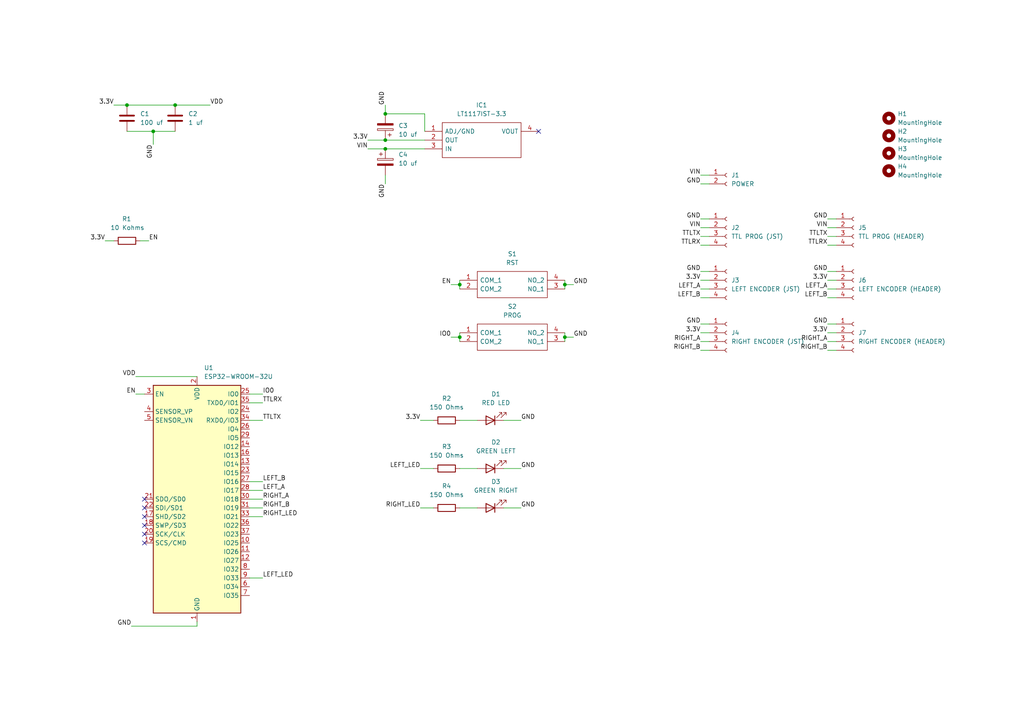
<source format=kicad_sch>
(kicad_sch (version 20211123) (generator eeschema)
  (paper "A4")
  (lib_symbols
    (symbol "Connector:Conn_01x02_Female" (pin_names (offset 1.016) hide)
      (property "Reference" "J" (at 0 2.54 0))
      (property "Value" "Conn_01x02_Female" (at 0 -5.08 0))
      (symbol "Conn_01x02_Female_1_1"
        (arc (start 0 -2.032) (mid -0.508 -2.54) (end 0 -3.048) (stroke (width 0.1524)))
        (polyline (pts (xy -1.27 -2.54) (xy -0.508 -2.54)) (stroke (width 0.1524)))
        (polyline (pts (xy -1.27 0) (xy -0.508 0)) (stroke (width 0.1524)))
        (arc (start 0 0.508) (mid -0.508 0) (end 0 -0.508) (stroke (width 0.1524)))
        (pin passive line (at -5.08 0 0) (length 3.81) (name "Pin_1") (number "1"))
        (pin passive line (at -5.08 -2.54 0) (length 3.81) (name "Pin_2") (number "2"))
      )
    )
    (symbol "Connector:Conn_01x04_Female" (pin_names (offset 1.016) hide)
      (property "Reference" "J" (at 0 5.08 0))
      (property "Value" "Conn_01x04_Female" (at 0 -7.62 0))
      (symbol "Conn_01x04_Female_1_1"
        (arc (start 0 -4.572) (mid -0.508 -5.08) (end 0 -5.588) (stroke (width 0.1524)))
        (arc (start 0 -2.032) (mid -0.508 -2.54) (end 0 -3.048) (stroke (width 0.1524)))
        (polyline (pts (xy -1.27 -5.08) (xy -0.508 -5.08)) (stroke (width 0.1524)))
        (polyline (pts (xy -1.27 -2.54) (xy -0.508 -2.54)) (stroke (width 0.1524)))
        (polyline (pts (xy -1.27 0) (xy -0.508 0)) (stroke (width 0.1524)))
        (polyline (pts (xy -1.27 2.54) (xy -0.508 2.54)) (stroke (width 0.1524)))
        (arc (start 0 0.508) (mid -0.508 0) (end 0 -0.508) (stroke (width 0.1524)))
        (arc (start 0 3.048) (mid -0.508 2.54) (end 0 2.032) (stroke (width 0.1524)))
        (pin passive line (at -5.08 2.54 0) (length 3.81) (name "Pin_1") (number "1"))
        (pin passive line (at -5.08 0 0) (length 3.81) (name "Pin_2") (number "2"))
        (pin passive line (at -5.08 -2.54 0) (length 3.81) (name "Pin_3") (number "3"))
        (pin passive line (at -5.08 -5.08 0) (length 3.81) (name "Pin_4") (number "4"))
      )
    )
    (symbol "Device:C" (pin_numbers hide) (pin_names (offset 0.254))
      (property "Reference" "C" (at 0.635 2.54 0))
      (property "Value" "C" (at 0.635 -2.54 0))
      (symbol "C_0_1"
        (polyline (pts (xy -2.032 -0.762) (xy 2.032 -0.762)) (stroke (width 0.508)))
        (polyline (pts (xy -2.032 0.762) (xy 2.032 0.762)) (stroke (width 0.508)))
      )
      (symbol "C_1_1"
        (pin passive line (at 0 3.81 270) (length 2.794) (name "~") (number "1"))
        (pin passive line (at 0 -3.81 90) (length 2.794) (name "~") (number "2"))
      )
    )
    (symbol "Device:C_Polarized" (pin_numbers hide) (pin_names (offset 0.254))
      (property "Reference" "C" (at 0.635 2.54 0))
      (property "Value" "C_Polarized" (at 0.635 -2.54 0))
      (symbol "C_Polarized_0_1"
        (rectangle (start -2.286 0.508) (end 2.286 1.016))
        (polyline (pts (xy -1.778 2.286) (xy -0.762 2.286)))
        (polyline (pts (xy -1.27 2.794) (xy -1.27 1.778)))
        (rectangle (start 2.286 -0.508) (end -2.286 -1.016) (fill (type outline)))
      )
      (symbol "C_Polarized_1_1"
        (pin passive line (at 0 3.81 270) (length 2.794) (name "~") (number "1"))
        (pin passive line (at 0 -3.81 90) (length 2.794) (name "~") (number "2"))
      )
    )
    (symbol "Device:LED" (pin_numbers hide) (pin_names (offset 1.016) hide)
      (property "Reference" "D" (at 0 2.54 0))
      (property "Value" "LED" (at 0 -2.54 0))
      (symbol "LED_0_1"
        (polyline (pts (xy -1.27 -1.27) (xy -1.27 1.27)) (stroke (width 0.254)))
        (polyline (pts (xy -1.27 0) (xy 1.27 0)))
        (polyline (pts (xy 1.27 -1.27) (xy 1.27 1.27) (xy -1.27 0) (xy 1.27 -1.27)) (stroke (width 0.254)))
        (polyline (pts (xy -3.048 -0.762) (xy -4.572 -2.286) (xy -3.81 -2.286) (xy -4.572 -2.286) (xy -4.572 -1.524)))
        (polyline (pts (xy -1.778 -0.762) (xy -3.302 -2.286) (xy -2.54 -2.286) (xy -3.302 -2.286) (xy -3.302 -1.524)))
      )
      (symbol "LED_1_1"
        (pin passive line (at -3.81 0 0) (length 2.54) (name "K") (number "1"))
        (pin passive line (at 3.81 0 180) (length 2.54) (name "A") (number "2"))
      )
    )
    (symbol "Device:R" (pin_numbers hide) (pin_names (offset 0))
      (property "Reference" "R" (at 2.032 0 90))
      (property "Value" "R" (at 0 0 90))
      (symbol "R_0_1"
        (rectangle (start -1.016 -2.54) (end 1.016 2.54) (stroke (width 0.254)))
      )
      (symbol "R_1_1"
        (pin passive line (at 0 3.81 270) (length 1.27) (name "~") (number "1"))
        (pin passive line (at 0 -3.81 90) (length 1.27) (name "~") (number "2"))
      )
    )
    (symbol "Mechanical:MountingHole" (pin_names (offset 1.016))
      (property "Reference" "H" (at 0 5.08 0))
      (property "Value" "MountingHole" (at 0 3.175 0))
      (symbol "MountingHole_0_1"
        (circle (center 0 0) (radius 1.27) (stroke (width 1.27)))
      )
    )
    (symbol "RF_Module:ESP32-WROOM-32U"
      (property "Reference" "U" (at -12.7 34.29 0))
      (property "Value" "ESP32-WROOM-32U" (at 1.27 34.29 0))
      (symbol "ESP32-WROOM-32U_0_1"
        (rectangle (start -12.7 33.02) (end 12.7 -33.02) (stroke (width 0.254)) (fill (type background)))
      )
      (symbol "ESP32-WROOM-32U_1_1"
        (pin power_in line (at 0 -35.56 90) (length 2.54) (name "GND") (number "1"))
        (pin bidirectional line (at 15.24 -12.7 180) (length 2.54) (name "IO25") (number "10"))
        (pin bidirectional line (at 15.24 -15.24 180) (length 2.54) (name "IO26") (number "11"))
        (pin bidirectional line (at 15.24 -17.78 180) (length 2.54) (name "IO27") (number "12"))
        (pin bidirectional line (at 15.24 10.16 180) (length 2.54) (name "IO14") (number "13"))
        (pin bidirectional line (at 15.24 15.24 180) (length 2.54) (name "IO12") (number "14"))
        (pin passive line (at 0 -35.56 90) (length 2.54) hide (name "GND") (number "15"))
        (pin bidirectional line (at 15.24 12.7 180) (length 2.54) (name "IO13") (number "16"))
        (pin bidirectional line (at -15.24 -5.08 0) (length 2.54) (name "SHD/SD2") (number "17"))
        (pin bidirectional line (at -15.24 -7.62 0) (length 2.54) (name "SWP/SD3") (number "18"))
        (pin bidirectional line (at -15.24 -12.7 0) (length 2.54) (name "SCS/CMD") (number "19"))
        (pin power_in line (at 0 35.56 270) (length 2.54) (name "VDD") (number "2"))
        (pin bidirectional line (at -15.24 -10.16 0) (length 2.54) (name "SCK/CLK") (number "20"))
        (pin bidirectional line (at -15.24 0 0) (length 2.54) (name "SDO/SD0") (number "21"))
        (pin bidirectional line (at -15.24 -2.54 0) (length 2.54) (name "SDI/SD1") (number "22"))
        (pin bidirectional line (at 15.24 7.62 180) (length 2.54) (name "IO15") (number "23"))
        (pin bidirectional line (at 15.24 25.4 180) (length 2.54) (name "IO2") (number "24"))
        (pin bidirectional line (at 15.24 30.48 180) (length 2.54) (name "IO0") (number "25"))
        (pin bidirectional line (at 15.24 20.32 180) (length 2.54) (name "IO4") (number "26"))
        (pin bidirectional line (at 15.24 5.08 180) (length 2.54) (name "IO16") (number "27"))
        (pin bidirectional line (at 15.24 2.54 180) (length 2.54) (name "IO17") (number "28"))
        (pin bidirectional line (at 15.24 17.78 180) (length 2.54) (name "IO5") (number "29"))
        (pin input line (at -15.24 30.48 0) (length 2.54) (name "EN") (number "3"))
        (pin bidirectional line (at 15.24 0 180) (length 2.54) (name "IO18") (number "30"))
        (pin bidirectional line (at 15.24 -2.54 180) (length 2.54) (name "IO19") (number "31"))
        (pin no_connect line (at -12.7 -27.94 0) (length 2.54) hide (name "NC") (number "32"))
        (pin bidirectional line (at 15.24 -5.08 180) (length 2.54) (name "IO21") (number "33"))
        (pin bidirectional line (at 15.24 22.86 180) (length 2.54) (name "RXD0/IO3") (number "34"))
        (pin bidirectional line (at 15.24 27.94 180) (length 2.54) (name "TXD0/IO1") (number "35"))
        (pin bidirectional line (at 15.24 -7.62 180) (length 2.54) (name "IO22") (number "36"))
        (pin bidirectional line (at 15.24 -10.16 180) (length 2.54) (name "IO23") (number "37"))
        (pin passive line (at 0 -35.56 90) (length 2.54) hide (name "GND") (number "38"))
        (pin passive line (at 0 -35.56 90) (length 2.54) hide (name "GND") (number "39"))
        (pin input line (at -15.24 25.4 0) (length 2.54) (name "SENSOR_VP") (number "4"))
        (pin input line (at -15.24 22.86 0) (length 2.54) (name "SENSOR_VN") (number "5"))
        (pin input line (at 15.24 -25.4 180) (length 2.54) (name "IO34") (number "6"))
        (pin input line (at 15.24 -27.94 180) (length 2.54) (name "IO35") (number "7"))
        (pin bidirectional line (at 15.24 -20.32 180) (length 2.54) (name "IO32") (number "8"))
        (pin bidirectional line (at 15.24 -22.86 180) (length 2.54) (name "IO33") (number "9"))
      )
    )
    (symbol "reva-rescue:DTS-61N-V-DTS-61N-V" (pin_names (offset 0.762))
      (property "Reference" "S" (at 26.67 7.62 0))
      (property "Value" "DTS-61N-V-DTS-61N-V" (at 26.67 5.08 0))
      (symbol "DTS-61N-V-DTS-61N-V_0_0"
        (pin passive line (at 0 0 0) (length 5.08) (name "COM_1") (number "1"))
        (pin passive line (at 0 -2.54 0) (length 5.08) (name "COM_2") (number "2"))
        (pin passive line (at 30.48 -2.54 180) (length 5.08) (name "NO_1") (number "3"))
        (pin passive line (at 30.48 0 180) (length 5.08) (name "NO_2") (number "4"))
      )
      (symbol "DTS-61N-V-DTS-61N-V_0_1"
        (polyline (pts (xy 5.08 2.54) (xy 25.4 2.54) (xy 25.4 -5.08) (xy 5.08 -5.08) (xy 5.08 2.54)) (stroke (width 0.1524)))
      )
    )
    (symbol "reva-rescue:LT1117IST-3.3#PBF-LT1117IST-3.3#PBF" (pin_names (offset 0.762))
      (property "Reference" "IC" (at 29.21 7.62 0))
      (property "Value" "LT1117IST-3.3#PBF-LT1117IST-3.3#PBF" (at 29.21 5.08 0))
      (symbol "LT1117IST-3.3#PBF-LT1117IST-3.3#PBF_0_0"
        (pin passive line (at 0 0 0) (length 5.08) (name "ADJ/GND") (number "1"))
        (pin passive line (at 0 -2.54 0) (length 5.08) (name "OUT") (number "2"))
        (pin passive line (at 0 -5.08 0) (length 5.08) (name "IN") (number "3"))
        (pin passive line (at 33.02 0 180) (length 5.08) (name "VOUT") (number "4"))
      )
      (symbol "LT1117IST-3.3#PBF-LT1117IST-3.3#PBF_0_1"
        (polyline (pts (xy 5.08 2.54) (xy 27.94 2.54) (xy 27.94 -7.62) (xy 5.08 -7.62) (xy 5.08 2.54)) (stroke (width 0.1524)))
      )
    )
  )
  (junction (at 36.83 30.48))
  (junction (at 163.83 97.79))
  (junction (at 111.76 33.02))
  (junction (at 163.83 82.55))
  (junction (at 111.76 43.18))
  (junction (at 133.35 82.55))
  (junction (at 111.76 40.64))
  (junction (at 44.45 38.1))
  (junction (at 133.35 97.79))
  (junction (at 50.8 30.48))
  (no_connect (at 41.91 144.78))
  (no_connect (at 41.91 157.48))
  (no_connect (at 41.91 152.4))
  (no_connect (at 41.91 149.86))
  (no_connect (at 156.21 38.1))
  (no_connect (at 41.91 154.94))
  (no_connect (at 41.91 147.32))
  (wire (pts (xy 72.39 142.24) (xy 76.2 142.24)))
  (wire (pts (xy 133.35 97.79) (xy 133.35 99.06)))
  (wire (pts (xy 44.45 38.1) (xy 44.45 41.91)))
  (wire (pts (xy 50.8 30.48) (xy 60.96 30.48)))
  (wire (pts (xy 240.03 99.06) (xy 242.57 99.06)))
  (wire (pts (xy 111.76 50.8) (xy 111.76 53.34)))
  (wire (pts (xy 72.39 121.92) (xy 76.2 121.92)))
  (wire (pts (xy 203.2 53.34) (xy 205.74 53.34)))
  (wire (pts (xy 203.2 83.82) (xy 205.74 83.82)))
  (wire (pts (xy 240.03 101.6) (xy 242.57 101.6)))
  (wire (pts (xy 72.39 116.84) (xy 76.2 116.84)))
  (wire (pts (xy 130.81 97.79) (xy 133.35 97.79)))
  (wire (pts (xy 240.03 96.52) (xy 242.57 96.52)))
  (wire (pts (xy 133.35 96.52) (xy 133.35 97.79)))
  (wire (pts (xy 36.83 38.1) (xy 44.45 38.1)))
  (wire (pts (xy 30.48 69.85) (xy 33.02 69.85)))
  (wire (pts (xy 203.2 81.28) (xy 205.74 81.28)))
  (wire (pts (xy 133.35 81.28) (xy 133.35 82.55)))
  (wire (pts (xy 123.19 33.02) (xy 111.76 33.02)))
  (wire (pts (xy 121.92 135.89) (xy 125.73 135.89)))
  (wire (pts (xy 240.03 83.82) (xy 242.57 83.82)))
  (wire (pts (xy 146.05 121.92) (xy 151.13 121.92)))
  (wire (pts (xy 130.81 82.55) (xy 133.35 82.55)))
  (wire (pts (xy 203.2 66.04) (xy 205.74 66.04)))
  (wire (pts (xy 38.1 181.61) (xy 57.15 181.61)))
  (wire (pts (xy 203.2 78.74) (xy 205.74 78.74)))
  (wire (pts (xy 39.37 114.3) (xy 41.91 114.3)))
  (wire (pts (xy 163.83 82.55) (xy 163.83 83.82)))
  (wire (pts (xy 203.2 63.5) (xy 205.74 63.5)))
  (wire (pts (xy 240.03 78.74) (xy 242.57 78.74)))
  (wire (pts (xy 146.05 147.32) (xy 151.13 147.32)))
  (wire (pts (xy 40.64 69.85) (xy 43.18 69.85)))
  (wire (pts (xy 72.39 144.78) (xy 76.2 144.78)))
  (wire (pts (xy 240.03 63.5) (xy 242.57 63.5)))
  (wire (pts (xy 111.76 43.18) (xy 123.19 43.18)))
  (wire (pts (xy 203.2 50.8) (xy 205.74 50.8)))
  (wire (pts (xy 203.2 68.58) (xy 205.74 68.58)))
  (wire (pts (xy 33.02 30.48) (xy 36.83 30.48)))
  (wire (pts (xy 133.35 121.92) (xy 138.43 121.92)))
  (wire (pts (xy 203.2 93.98) (xy 205.74 93.98)))
  (wire (pts (xy 72.39 167.64) (xy 76.2 167.64)))
  (wire (pts (xy 203.2 86.36) (xy 205.74 86.36)))
  (wire (pts (xy 203.2 96.52) (xy 205.74 96.52)))
  (wire (pts (xy 163.83 97.79) (xy 163.83 99.06)))
  (wire (pts (xy 203.2 71.12) (xy 205.74 71.12)))
  (wire (pts (xy 163.83 82.55) (xy 166.37 82.55)))
  (wire (pts (xy 111.76 40.64) (xy 123.19 40.64)))
  (wire (pts (xy 106.68 43.18) (xy 111.76 43.18)))
  (wire (pts (xy 72.39 139.7) (xy 76.2 139.7)))
  (wire (pts (xy 57.15 181.61) (xy 57.15 180.34)))
  (wire (pts (xy 106.68 40.64) (xy 111.76 40.64)))
  (wire (pts (xy 203.2 99.06) (xy 205.74 99.06)))
  (wire (pts (xy 240.03 81.28) (xy 242.57 81.28)))
  (wire (pts (xy 133.35 147.32) (xy 138.43 147.32)))
  (wire (pts (xy 121.92 121.92) (xy 125.73 121.92)))
  (wire (pts (xy 72.39 147.32) (xy 76.2 147.32)))
  (wire (pts (xy 133.35 135.89) (xy 138.43 135.89)))
  (wire (pts (xy 240.03 93.98) (xy 242.57 93.98)))
  (wire (pts (xy 163.83 81.28) (xy 163.83 82.55)))
  (wire (pts (xy 240.03 68.58) (xy 242.57 68.58)))
  (wire (pts (xy 36.83 30.48) (xy 50.8 30.48)))
  (wire (pts (xy 133.35 82.55) (xy 133.35 83.82)))
  (wire (pts (xy 240.03 66.04) (xy 242.57 66.04)))
  (wire (pts (xy 240.03 86.36) (xy 242.57 86.36)))
  (wire (pts (xy 203.2 101.6) (xy 205.74 101.6)))
  (wire (pts (xy 111.76 30.48) (xy 111.76 33.02)))
  (wire (pts (xy 163.83 97.79) (xy 166.37 97.79)))
  (wire (pts (xy 146.05 135.89) (xy 151.13 135.89)))
  (wire (pts (xy 39.37 109.22) (xy 57.15 109.22)))
  (wire (pts (xy 72.39 114.3) (xy 76.2 114.3)))
  (wire (pts (xy 121.92 147.32) (xy 125.73 147.32)))
  (wire (pts (xy 163.83 96.52) (xy 163.83 97.79)))
  (wire (pts (xy 240.03 71.12) (xy 242.57 71.12)))
  (wire (pts (xy 44.45 38.1) (xy 50.8 38.1)))
  (wire (pts (xy 72.39 149.86) (xy 76.2 149.86)))
  (wire (pts (xy 123.19 38.1) (xy 123.19 33.02)))
  (label "EN" (at 130.81 82.55 180))
  (label "LEFT_LED" (at 76.2 167.64 0))
  (label "GND" (at 166.37 97.79 0))
  (label "LEFT_B" (at 240.03 86.36 180))
  (label "TTLRX" (at 240.03 71.12 180))
  (label "RIGHT_B" (at 203.2 101.6 180))
  (label "VIN" (at 106.68 43.18 180))
  (label "RIGHT_A" (at 203.2 99.06 180))
  (label "LEFT_A" (at 203.2 83.82 180))
  (label "GND" (at 111.76 30.48 90))
  (label "GND" (at 240.03 63.5 180))
  (label "RIGHT_LED" (at 121.92 147.32 180))
  (label "GND" (at 203.2 78.74 180))
  (label "GND" (at 203.2 93.98 180))
  (label "VIN" (at 240.03 66.04 180))
  (label "GND" (at 44.45 41.91 270))
  (label "LEFT_A" (at 240.03 83.82 180))
  (label "3.3V" (at 106.68 40.64 180))
  (label "TTLTX" (at 203.2 68.58 180))
  (label "VIN" (at 203.2 50.8 180))
  (label "LEFT_B" (at 76.2 139.7 0))
  (label "3.3V" (at 203.2 96.52 180))
  (label "TTLTX" (at 240.03 68.58 180))
  (label "GND" (at 151.13 147.32 0))
  (label "3.3V" (at 240.03 96.52 180))
  (label "LEFT_A" (at 76.2 142.24 0))
  (label "RIGHT_B" (at 76.2 147.32 0))
  (label "LEFT_B" (at 203.2 86.36 180))
  (label "3.3V" (at 203.2 81.28 180))
  (label "TTLRX" (at 76.2 116.84 0))
  (label "RIGHT_A" (at 76.2 144.78 0))
  (label "GND" (at 38.1 181.61 180))
  (label "VDD" (at 39.37 109.22 180))
  (label "GND" (at 240.03 93.98 180))
  (label "3.3V" (at 240.03 81.28 180))
  (label "3.3V" (at 121.92 121.92 180))
  (label "RIGHT_A" (at 240.03 99.06 180))
  (label "TTLTX" (at 76.2 121.92 0))
  (label "3.3V" (at 33.02 30.48 180))
  (label "IO0" (at 76.2 114.3 0))
  (label "RIGHT_B" (at 240.03 101.6 180))
  (label "LEFT_LED" (at 121.92 135.89 180))
  (label "GND" (at 151.13 121.92 0))
  (label "GND" (at 240.03 78.74 180))
  (label "GND" (at 203.2 53.34 180))
  (label "GND" (at 111.76 53.34 270))
  (label "EN" (at 43.18 69.85 0))
  (label "GND" (at 203.2 63.5 180))
  (label "IO0" (at 130.81 97.79 180))
  (label "GND" (at 151.13 135.89 0))
  (label "3.3V" (at 30.48 69.85 180))
  (label "RIGHT_LED" (at 76.2 149.86 0))
  (label "TTLRX" (at 203.2 71.12 180))
  (label "EN" (at 39.37 114.3 180))
  (label "VDD" (at 60.96 30.48 0))
  (label "VIN" (at 203.2 66.04 180))
  (label "GND" (at 166.37 82.55 0))
  (symbol (lib_id "Device:R") (at 129.54 135.89 90) (unit 1)
    (property "Reference" "R3" (at 129.54 129.54 90))
    (property "Value" "150 Ohms" (at 129.54 132.08 90))
    (property "Footprint" "Resistor_SMD:R_1206_3216Metric_Pad1.30x1.75mm_HandSolder" (effects hide))
  )
  (symbol (lib_id "reva-rescue:DTS-61N-V-DTS-61N-V") (at 133.35 81.28 0) (unit 1)
    (property "Reference" "S1" (at 148.59 73.66 0))
    (property "Value" "RST" (at 148.59 76.2 0))
    (property "Footprint" "digikey-footprints:Switch_Tactile_THT_6x6mm" (effects hide))
    (property "Datasheet" "https://componentsearchengine.com/Datasheets/1/DTS-61N-V.pdf" (effects hide))
    (property "Description" "Tactile Switches Through Hole 6*6" (effects hide))
    (property "Height" "4.3" (effects hide))
    (property "Manufacturer_Name" "Diptronics" (effects hide))
    (property "Manufacturer_Part_Number" "DTS-61N-V" (effects hide))
    (property "Mouser Part Number" "113-DTS-61N-V" (effects hide))
    (property "Mouser Price/Stock" "https://www.mouser.co.uk/ProductDetail/Diptronics/DTS-61N-V?qs=gTYE2QTfZfTZTPABWXJbEQ%3D%3D" (effects hide))
  )
  (symbol (lib_id "Mechanical:MountingHole") (at 257.81 44.45 0) (unit 1)
    (property "Reference" "H3" (at 260.35 43.1799 0) (effects (justify left)))
    (property "Value" "MountingHole" (at 260.35 45.7199 0) (effects (justify left)))
    (property "Footprint" "MountingHole:MountingHole_3.2mm_M3" (effects hide))
  )
  (symbol (lib_id "reva-rescue:LT1117IST-3.3#PBF-LT1117IST-3.3#PBF") (at 123.19 38.1 0) (unit 1)
    (property "Reference" "IC1" (at 139.7 30.48 0))
    (property "Value" "LT1117IST-3.3" (at 139.7 33.02 0))
    (property "Footprint" "legacy:SOT230P700X180-4N" (effects hide))
    (property "Datasheet" "https://www.analog.com/media/en/technical-documentation/data-sheets/1117fd.pdf" (effects hide))
    (property "Description" "LDO Voltage Regulators 3.3V Low Dropout Regulator" (effects hide))
    (property "Height" "1.8" (effects hide))
    (property "Manufacturer_Name" "Analog Devices" (effects hide))
    (property "Manufacturer_Part_Number" "LT1117IST-3.3#PBF" (effects hide))
    (property "Mouser Part Number" "584-LT1117IST-3.3PBF" (effects hide))
    (property "Mouser Price/Stock" "https://www.mouser.co.uk/ProductDetail/Analog-Devices/LT1117IST-33PBF?qs=ytflclh7QUW4uyPceOhEsg%3D%3D" (effects hide))
    (property "Arrow Part Number" "LT1117IST-3.3#PBF" (effects hide))
    (property "Arrow Price/Stock" "https://www.arrow.com/en/products/lt1117ist-3.3pbf/analog-devices" (effects hide))
  )
  (symbol (lib_id "Device:LED") (at 142.24 135.89 180) (unit 1)
    (property "Reference" "D2" (at 143.8275 128.27 0))
    (property "Value" "GREEN LEFT" (at 143.8275 130.81 0))
    (property "Footprint" "LED_SMD:LED_1206_3216Metric_Pad1.42x1.75mm_HandSolder" (effects hide))
  )
  (symbol (lib_id "Device:R") (at 129.54 121.92 90) (unit 1)
    (property "Reference" "R2" (at 129.54 115.57 90))
    (property "Value" "150 Ohms" (at 129.54 118.11 90))
    (property "Footprint" "Resistor_SMD:R_1206_3216Metric_Pad1.30x1.75mm_HandSolder" (effects hide))
  )
  (symbol (lib_id "Connector:Conn_01x04_Female") (at 247.65 96.52 0) (unit 1)
    (property "Reference" "J7" (at 248.92 96.5199 0) (effects (justify left)))
    (property "Value" "RIGHT ENCODER (HEADER)" (at 248.92 99.0599 0) (effects (justify left)))
    (property "Footprint" "Connector_PinSocket_2.54mm:PinSocket_1x04_P2.54mm_Vertical" (effects hide))
  )
  (symbol (lib_id "Connector:Conn_01x04_Female") (at 210.82 81.28 0) (unit 1)
    (property "Reference" "J3" (at 212.09 81.2799 0) (effects (justify left)))
    (property "Value" "LEFT ENCODER (JST)" (at 212.09 83.8199 0) (effects (justify left)))
    (property "Footprint" "Connector_JST:JST_XH_B4B-XH-A_1x04_P2.50mm_Vertical" (effects hide))
  )
  (symbol (lib_id "Connector:Conn_01x04_Female") (at 247.65 66.04 0) (unit 1)
    (property "Reference" "J5" (at 248.92 66.0399 0) (effects (justify left)))
    (property "Value" "TTL PROG (HEADER)" (at 248.92 68.5799 0) (effects (justify left)))
    (property "Footprint" "Connector_PinHeader_2.54mm:PinHeader_1x04_P2.54mm_Vertical" (effects hide))
  )
  (symbol (lib_id "Connector:Conn_01x04_Female") (at 210.82 96.52 0) (unit 1)
    (property "Reference" "J4" (at 212.09 96.5199 0) (effects (justify left)))
    (property "Value" "RIGHT ENCODER (JST)" (at 212.09 99.0599 0) (effects (justify left)))
    (property "Footprint" "Connector_JST:JST_XH_B4B-XH-A_1x04_P2.50mm_Vertical" (effects hide))
  )
  (symbol (lib_id "Device:C") (at 36.83 34.29 0) (unit 1)
    (property "Reference" "C1" (at 40.64 33.0199 0) (effects (justify left)))
    (property "Value" "100 uf" (at 40.64 35.5599 0) (effects (justify left)))
    (property "Footprint" "Capacitor_SMD:C_1206_3216Metric_Pad1.33x1.80mm_HandSolder" (effects hide))
  )
  (symbol (lib_id "Mechanical:MountingHole") (at 257.81 39.37 0) (unit 1)
    (property "Reference" "H2" (at 260.35 38.0999 0) (effects (justify left)))
    (property "Value" "MountingHole" (at 260.35 40.6399 0) (effects (justify left)))
    (property "Footprint" "MountingHole:MountingHole_3.2mm_M3" (effects hide))
  )
  (symbol (lib_id "reva-rescue:DTS-61N-V-DTS-61N-V") (at 133.35 96.52 0) (unit 1)
    (property "Reference" "S2" (at 148.59 88.9 0))
    (property "Value" "PROG" (at 148.59 91.44 0))
    (property "Footprint" "digikey-footprints:Switch_Tactile_THT_6x6mm" (effects hide))
    (property "Datasheet" "https://componentsearchengine.com/Datasheets/1/DTS-61N-V.pdf" (effects hide))
    (property "Description" "Tactile Switches Through Hole 6*6" (effects hide))
    (property "Height" "4.3" (effects hide))
    (property "Manufacturer_Name" "Diptronics" (effects hide))
    (property "Manufacturer_Part_Number" "DTS-61N-V" (effects hide))
    (property "Mouser Part Number" "113-DTS-61N-V" (effects hide))
    (property "Mouser Price/Stock" "https://www.mouser.co.uk/ProductDetail/Diptronics/DTS-61N-V?qs=gTYE2QTfZfTZTPABWXJbEQ%3D%3D" (effects hide))
  )
  (symbol (lib_id "Device:C_Polarized") (at 111.76 46.99 0) (unit 1)
    (property "Reference" "C4" (at 115.57 44.8309 0) (effects (justify left)))
    (property "Value" "10 uf" (at 115.57 47.3709 0) (effects (justify left)))
    (property "Footprint" "Capacitor_Tantalum_SMD:CP_EIA-3216-10_Kemet-I_Pad1.58x1.35mm_HandSolder" (effects hide))
  )
  (symbol (lib_id "Mechanical:MountingHole") (at 257.81 34.29 0) (unit 1)
    (property "Reference" "H1" (at 260.35 33.0199 0) (effects (justify left)))
    (property "Value" "MountingHole" (at 260.35 35.5599 0) (effects (justify left)))
    (property "Footprint" "MountingHole:MountingHole_3.2mm_M3" (effects hide))
  )
  (symbol (lib_id "Device:R") (at 36.83 69.85 90) (unit 1)
    (property "Reference" "R1" (at 38.1 63.5 90) (effects (justify left)))
    (property "Value" "10 Kohms" (at 41.91 66.04 90) (effects (justify left)))
    (property "Footprint" "Resistor_SMD:R_1206_3216Metric_Pad1.30x1.75mm_HandSolder" (effects hide))
  )
  (symbol (lib_id "Device:R") (at 129.54 147.32 90) (unit 1)
    (property "Reference" "R4" (at 129.54 140.97 90))
    (property "Value" "150 Ohms" (at 129.54 143.51 90))
    (property "Footprint" "Resistor_SMD:R_1206_3216Metric_Pad1.30x1.75mm_HandSolder" (effects hide))
  )
  (symbol (lib_id "RF_Module:ESP32-WROOM-32U") (at 57.15 144.78 0) (unit 1)
    (property "Reference" "U1" (at 59.1694 106.68 0) (effects (justify left)))
    (property "Value" "ESP32-WROOM-32U" (at 59.1694 109.22 0) (effects (justify left)))
    (property "Footprint" "RF_Module:ESP32-WROOM-32U" (effects hide))
    (property "Datasheet" "https://www.espressif.com/sites/default/files/documentation/esp32-wroom-32d_esp32-wroom-32u_datasheet_en.pdf" (effects hide))
  )
  (symbol (lib_id "Device:LED") (at 142.24 147.32 180) (unit 1)
    (property "Reference" "D3" (at 143.8275 139.7 0))
    (property "Value" "GREEN RIGHT" (at 143.8275 142.24 0))
    (property "Footprint" "LED_SMD:LED_1206_3216Metric_Pad1.42x1.75mm_HandSolder" (effects hide))
  )
  (symbol (lib_id "Connector:Conn_01x04_Female") (at 247.65 81.28 0) (unit 1)
    (property "Reference" "J6" (at 248.92 81.2799 0) (effects (justify left)))
    (property "Value" "LEFT ENCODER (HEADER)" (at 248.92 83.8199 0) (effects (justify left)))
    (property "Footprint" "Connector_PinSocket_2.54mm:PinSocket_1x04_P2.54mm_Vertical" (effects hide))
  )
  (symbol (lib_id "Mechanical:MountingHole") (at 257.81 49.53 0) (unit 1)
    (property "Reference" "H4" (at 260.35 48.2599 0) (effects (justify left)))
    (property "Value" "MountingHole" (at 260.35 50.7999 0) (effects (justify left)))
    (property "Footprint" "MountingHole:MountingHole_3.2mm_M3" (effects hide))
  )
  (symbol (lib_id "Device:C") (at 50.8 34.29 0) (unit 1)
    (property "Reference" "C2" (at 54.61 33.0199 0) (effects (justify left)))
    (property "Value" "1 uf" (at 54.61 35.5599 0) (effects (justify left)))
    (property "Footprint" "Capacitor_SMD:C_1206_3216Metric_Pad1.33x1.80mm_HandSolder" (effects hide))
  )
  (symbol (lib_id "Device:C_Polarized") (at 111.76 36.83 180) (unit 1)
    (property "Reference" "C3" (at 115.57 36.4489 0) (effects (justify right)))
    (property "Value" "10 uf" (at 115.57 38.9889 0) (effects (justify right)))
    (property "Footprint" "Capacitor_Tantalum_SMD:CP_EIA-3216-10_Kemet-I_Pad1.58x1.35mm_HandSolder" (effects hide))
  )
  (symbol (lib_id "Device:LED") (at 142.24 121.92 180) (unit 1)
    (property "Reference" "D1" (at 143.8275 114.3 0))
    (property "Value" "RED LED" (at 143.8275 116.84 0))
    (property "Footprint" "LED_SMD:LED_1206_3216Metric_Pad1.42x1.75mm_HandSolder" (effects hide))
  )
  (symbol (lib_id "Connector:Conn_01x04_Female") (at 210.82 66.04 0) (unit 1)
    (property "Reference" "J2" (at 212.09 66.0399 0) (effects (justify left)))
    (property "Value" "TTL PROG (JST)" (at 212.09 68.5799 0) (effects (justify left)))
    (property "Footprint" "Connector_JST:JST_XH_B4B-XH-A_1x04_P2.50mm_Vertical" (effects hide))
  )
  (symbol (lib_id "Connector:Conn_01x02_Female") (at 210.82 50.8 0) (unit 1)
    (property "Reference" "J1" (at 212.09 50.7999 0) (effects (justify left)))
    (property "Value" "POWER" (at 212.09 53.3399 0) (effects (justify left)))
    (property "Footprint" "digikey-footprints:Term_Block_1x2_P5.08MM" (effects hide))
  )
)
</source>
